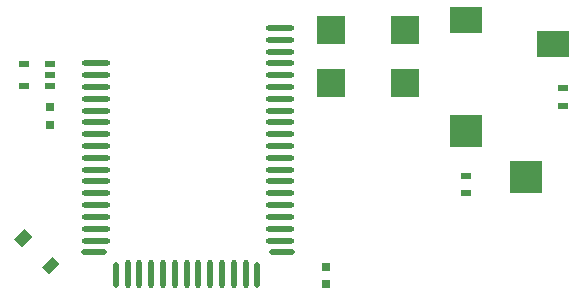
<source format=gtp>
G04 #@! TF.FileFunction,Paste,Top*
%FSLAX46Y46*%
G04 Gerber Fmt 4.6, Leading zero omitted, Abs format (unit mm)*
G04 Created by KiCad (PCBNEW 4.0.2-4+6225~38~ubuntu15.04.1-stable) date Fri 29 Apr 2016 12:43:49 PM PDT*
%MOMM*%
G01*
G04 APERTURE LIST*
%ADD10C,0.100000*%
%ADD11R,0.750000X0.800000*%
%ADD12R,2.370000X2.430000*%
%ADD13R,2.800000X2.200000*%
%ADD14R,2.800000X2.800000*%
%ADD15R,0.900000X0.500000*%
%ADD16O,2.150000X0.500000*%
%ADD17O,2.400000X0.500000*%
%ADD18O,0.500000X2.150000*%
%ADD19O,0.500000X2.400000*%
%ADD20R,0.960000X0.550000*%
G04 APERTURE END LIST*
D10*
D11*
X129100000Y-74750000D03*
X129100000Y-76250000D03*
X152500000Y-89750000D03*
X152500000Y-88250000D03*
D12*
X159120000Y-68250000D03*
X152880000Y-68250000D03*
X159120000Y-72750000D03*
X152880000Y-72750000D03*
D10*
G36*
X129909189Y-88046518D02*
X129046518Y-88909189D01*
X128403051Y-88265722D01*
X129265722Y-87403051D01*
X129909189Y-88046518D01*
X129909189Y-88046518D01*
G37*
G36*
X127596949Y-85734278D02*
X126734278Y-86596949D01*
X126090811Y-85953482D01*
X126953482Y-85090811D01*
X127596949Y-85734278D01*
X127596949Y-85734278D01*
G37*
D13*
X164300000Y-67400000D03*
D14*
X164300000Y-76800000D03*
D13*
X171700000Y-69400000D03*
D14*
X169400000Y-80700000D03*
D15*
X172500000Y-73150000D03*
X172500000Y-74650000D03*
X164300000Y-80550000D03*
X164300000Y-82050000D03*
D16*
X132835000Y-87050000D03*
D17*
X132960000Y-86050000D03*
X132960000Y-85050000D03*
X132960000Y-84050000D03*
X132960000Y-83050000D03*
X132960000Y-82050000D03*
X132960000Y-81050000D03*
X132960000Y-80050000D03*
X132960000Y-79050000D03*
X132960000Y-78050000D03*
X132960000Y-77050000D03*
X132960000Y-76050000D03*
X132960000Y-75050000D03*
X132960000Y-74050000D03*
X132960000Y-73050000D03*
X132960000Y-72050000D03*
X132960000Y-71050000D03*
D16*
X148735000Y-87050000D03*
D17*
X148610000Y-86050000D03*
X148610000Y-85050000D03*
X148610000Y-84050000D03*
X148610000Y-83050000D03*
X148610000Y-82050000D03*
X148610000Y-81050000D03*
X148610000Y-80050000D03*
X148610000Y-79050000D03*
X148610000Y-78050000D03*
X148610000Y-77050000D03*
X148610000Y-76050000D03*
X148610000Y-75050000D03*
X148610000Y-74050000D03*
X148610000Y-73050000D03*
X148610000Y-72050000D03*
X148610000Y-71050000D03*
X148610000Y-70050000D03*
X148610000Y-69050000D03*
X148610000Y-68050000D03*
D18*
X134660000Y-89005000D03*
D19*
X135660000Y-88880000D03*
X136660000Y-88880000D03*
X137660000Y-88880000D03*
X138660000Y-88880000D03*
X139660000Y-88880000D03*
X140660000Y-88880000D03*
X141660000Y-88880000D03*
X142660000Y-88880000D03*
X143660000Y-88880000D03*
X144660000Y-88880000D03*
X145660000Y-88880000D03*
D18*
X146660000Y-89005000D03*
D20*
X129100000Y-73000000D03*
X129100000Y-72050000D03*
X129100000Y-71100000D03*
X126900000Y-71100000D03*
X126900000Y-73000000D03*
M02*

</source>
